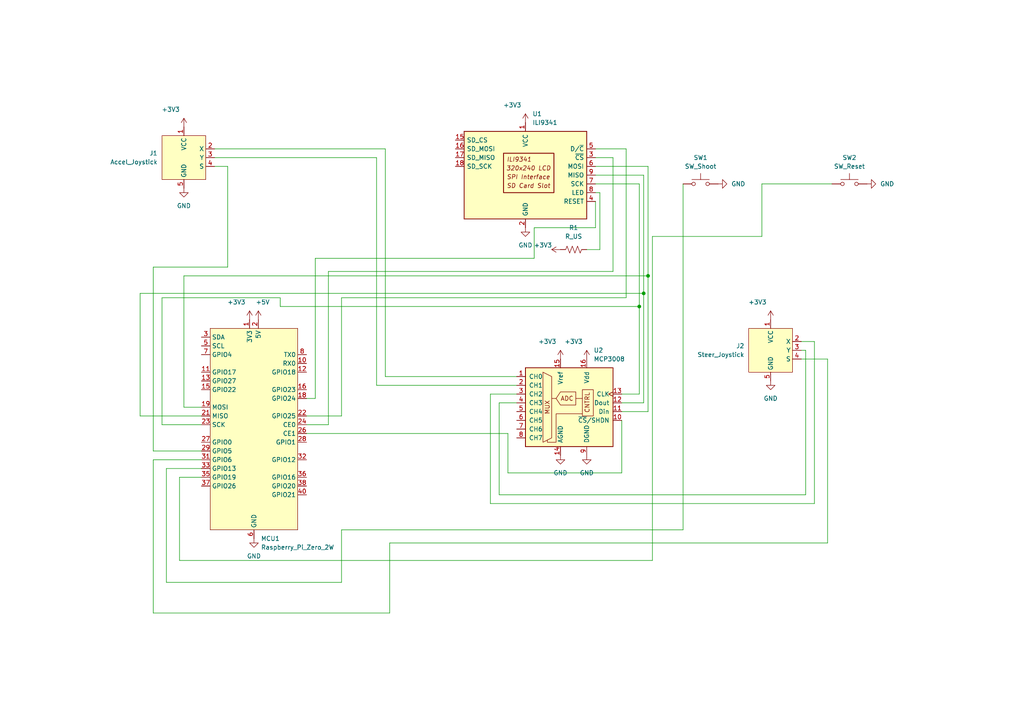
<source format=kicad_sch>
(kicad_sch (version 20211123) (generator eeschema)
  (paper "A4")
  (title_block (title "verycold Schematic") (date "2024-05-20") (rev "v0.3"))
  (lib_symbols
    (symbol "Analog_ADC:MCP3008" (pin_names (offset 1.016))
      (property "Reference" "U?" (at 7.0994 15.24 0))
      (property "Value" "MCP3008" (at 7.0994 12.7 0))
      (symbol "MCP3008_0_0"
        (text "ADC" (at -0.635 1.27 0) (effects (font (size 1.27 1.27))))
        (text "CNTRL" (at 5.969 -2.921 900) (effects (font (size 1.27 1.27)) (justify left bottom)))
        (text "MUX" (at -6.35 -1.27 900) (effects (font (size 1.27 1.27))))
      )
      (symbol "MCP3008_0_1"
        (polyline (pts (xy -3.81 1.27) (xy -5.08 1.27)))
        (polyline (pts (xy 1.905 1.27) (xy 3.81 1.27)))
        (polyline (pts (xy -7.62 8.89) (xy -7.62 -11.43) (xy -5.08 -10.16) (xy -5.08 7.62) (xy -7.62 8.89)))
        (polyline (pts (xy 3.81 -3.175) (xy -3.81 -3.175) (xy -3.81 -11.43) (xy -6.35 -11.43) (xy -6.35 -10.795)))
        (polyline (pts (xy 1.905 3.175) (xy 1.905 -0.635) (xy -2.54 -0.635) (xy -3.81 1.27) (xy -2.54 3.175) (xy 1.905 3.175)))
        (rectangle (start 3.81 -3.81) (end 6.985 3.81))
        (rectangle (start 12.7 -12.7) (end -12.7 10.16) (stroke (width 0.254)) (fill (type background)))
      )
      (symbol "MCP3008_1_1"
        (pin input line (at -15.24 7.62 0) (length 2.54) (name "CH0") (number "1"))
        (pin input line (at 15.24 -5.08 180) (length 2.54) (name "~{CS}/SHDN") (number "10"))
        (pin input line (at 15.24 -2.54 180) (length 2.54) (name "Din") (number "11"))
        (pin output line (at 15.24 0 180) (length 2.54) (name "Dout") (number "12"))
        (pin input clock (at 15.24 2.54 180) (length 2.54) (name "CLK") (number "13"))
        (pin power_in line (at -2.54 -15.24 90) (length 2.54) (name "AGND") (number "14"))
        (pin power_in line (at -2.54 12.7 270) (length 2.54) (name "Vref") (number "15"))
        (pin power_in line (at 5.08 12.7 270) (length 2.54) (name "Vdd") (number "16"))
        (pin input line (at -15.24 5.08 0) (length 2.54) (name "CH1") (number "2"))
        (pin input line (at -15.24 2.54 0) (length 2.54) (name "CH2") (number "3"))
        (pin input line (at -15.24 0 0) (length 2.54) (name "CH3") (number "4"))
        (pin input line (at -15.24 -2.54 0) (length 2.54) (name "CH4") (number "5"))
        (pin input line (at -15.24 -5.08 0) (length 2.54) (name "CH5") (number "6"))
        (pin input line (at -15.24 -7.62 0) (length 2.54) (name "CH6") (number "7"))
        (pin input line (at -15.24 -10.16 0) (length 2.54) (name "CH7") (number "8"))
        (pin power_in line (at 5.08 -15.24 90) (length 2.54) (name "DGND") (number "9"))
      )
    )
    (symbol "Device:R_US" (pin_numbers hide) (pin_names (offset 0))
      (property "Reference" "R" (at 2.54 0 90))
      (property "Value" "R_US" (at -2.54 0 90))
      (symbol "R_US_0_1"
        (polyline (pts (xy 0 -2.286) (xy 0 -2.54)))
        (polyline (pts (xy 0 2.286) (xy 0 2.54)))
        (polyline (pts (xy 0 -0.762) (xy 1.016 -1.143) (xy 0 -1.524) (xy -1.016 -1.905) (xy 0 -2.286)))
        (polyline (pts (xy 0 0.762) (xy 1.016 0.381) (xy 0 0) (xy -1.016 -0.381) (xy 0 -0.762)))
        (polyline (pts (xy 0 2.286) (xy 1.016 1.905) (xy 0 1.524) (xy -1.016 1.143) (xy 0 0.762)))
      )
      (symbol "R_US_1_1"
        (pin passive line (at 0 3.81 270) (length 1.27) (name "~") (number "1"))
        (pin passive line (at 0 -3.81 90) (length 1.27) (name "~") (number "2"))
      )
    )
    (symbol "Switch:SW_Push" (pin_numbers hide) (pin_names (offset 1.016) hide)
      (property "Reference" "SW" (at 1.27 2.54 0))
      (property "Value" "SW_Push" (at 0 -1.524 0))
      (symbol "SW_Push_0_1"
        (circle (center -2.032 0) (radius 0.508))
        (polyline (pts (xy 0 1.27) (xy 0 3.048)))
        (polyline (pts (xy 2.54 1.27) (xy -2.54 1.27)))
        (circle (center 2.032 0) (radius 0.508))
        (pin passive line (at -5.08 0 0) (length 2.54) (name "1") (number "1"))
        (pin passive line (at 5.08 0 180) (length 2.54) (name "2") (number "2"))
      )
    )
    (symbol "power:+3V3" (power) (pin_names (offset 0))
      (property "Value" "+3V3" (at 0 3.556 0))
      (symbol "+3V3_0_1"
        (polyline (pts (xy -0.762 1.27) (xy 0 2.54)))
        (polyline (pts (xy 0 0) (xy 0 2.54)))
        (polyline (pts (xy 0 2.54) (xy 0.762 1.27)))
      )
      (symbol "+3V3_1_1"
        (pin power_in line (at 0 0 90) (length 0) hide (name "+3V3") (number "1"))
      )
    )
    (symbol "power:+5V" (power) (pin_names (offset 0))
      (property "Value" "+5V" (at 0 3.556 0))
      (symbol "+5V_0_1"
        (polyline (pts (xy -0.762 1.27) (xy 0 2.54)))
        (polyline (pts (xy 0 0) (xy 0 2.54)))
        (polyline (pts (xy 0 2.54) (xy 0.762 1.27)))
      )
      (symbol "+5V_1_1"
        (pin power_in line (at 0 0 90) (length 0) hide (name "+5V") (number "1"))
      )
    )
    (symbol "power:GND" (power) (pin_names (offset 0))
      (property "Value" "GND" (at 0 -3.81 0))
      (symbol "GND_0_1"
        (polyline (pts (xy 0 0) (xy 0 -1.27) (xy 1.27 -1.27) (xy 0 -2.54) (xy -1.27 -1.27) (xy 0 -1.27)))
      )
      (symbol "GND_1_1"
        (pin power_in line (at 0 0 270) (length 0) hide (name "GND") (number "1"))
      )
    )
    (symbol "verycold:ILI9341" (pin_names (offset 0.762))
      (property "Reference" "U1" (at 2.0194 17.78 0))
      (property "Value" "ILI9341" (at 2.0194 15.24 0))
      (symbol "ILI9341_0_0"
        (text "320x240 LCD" (at 0.889 2.032 0) (effects (font (size 1.27 1.27) italic)))
        (text "ILI9341" (at -5.461 4.572 0) (effects (font (size 1.27 1.27) italic) (justify left)))
        (text "SD Card Slot" (at -5.461 -3.048 0) (effects (font (size 1.27 1.27) italic) (justify left)))
        (text "SPI Interface" (at -5.461 -0.508 0) (effects (font (size 1.27 1.27) italic) (justify left)))
      )
      (symbol "ILI9341_0_1"
        (rectangle (start -17.78 12.7) (end 17.78 -12.7) (stroke (width 0.254)) (fill (type background)))
        (rectangle (start -6.35 6.35) (end 8.255 -5.08) (stroke (width 0.254)))
      )
      (symbol "ILI9341_1_1"
        (pin power_in line (at 0 15.24 270) (length 2.54) (name "VCC") (number "1"))
        (pin input line (at -20.32 10.16 0) (length 2.54) (name "SD_CS") (number "15"))
        (pin input line (at -20.32 7.62 0) (length 2.54) (name "SD_MOSI") (number "16"))
        (pin output line (at -20.32 5.08 0) (length 2.54) (name "SD_MISO") (number "17"))
        (pin input line (at -20.32 2.54 0) (length 2.54) (name "SD_SCK") (number "18"))
        (pin power_in line (at 0 -15.24 90) (length 2.54) (name "GND") (number "2"))
        (pin input line (at 20.32 5.08 180) (length 2.54) (name "~{CS}") (number "3"))
        (pin input line (at 20.32 -7.62 180) (length 2.54) (name "RESET") (number "4"))
        (pin input line (at 20.32 7.62 180) (length 2.54) (name "D/~{C}") (number "5"))
        (pin input line (at 20.32 2.54 180) (length 2.54) (name "MOSI") (number "6"))
        (pin input line (at 20.32 -2.54 180) (length 2.54) (name "SCK") (number "7"))
        (pin input line (at 20.32 -5.08 180) (length 2.54) (name "LED") (number "8"))
        (pin output line (at 20.32 0 180) (length 2.54) (name "MISO") (number "9"))
      )
    )
    (symbol "verycold:Joystick"
      (property "Reference" "J" (at -10.16 6.35 0))
      (property "Value" "Joystick" (at -7.62 8.89 0))
      (symbol "Joystick_0_1"
        (rectangle (start -6.35 6.35) (end 6.35 -6.35) (fill (type background)))
      )
      (symbol "Joystick_1_1"
        (pin power_in line (at 0 8.89 270) (length 2.54) (name "VCC") (number "1"))
        (pin output line (at 8.89 2.54 180) (length 2.54) (name "X") (number "2"))
        (pin output line (at 8.89 0 180) (length 2.54) (name "Y") (number "3"))
        (pin output line (at 8.89 -2.54 180) (length 2.54) (name "S") (number "4"))
        (pin power_out line (at 0 -8.89 90) (length 2.54) (name "GND") (number "5"))
      )
    )
    (symbol "verycold:Raspberry_Pi_Zero_2W"
      (property "Reference" "MCU1" (at 2.0194 -35.56 0))
      (property "Value" "Raspberry_Pi_Zero_2W" (at 2.0194 -38.1 0))
      (symbol "Raspberry_Pi_Zero_2W_0_1"
        (rectangle (start -12.7 25.4) (end 12.7 -33.02) (fill (type background)))
      )
      (symbol "Raspberry_Pi_Zero_2W_1_1"
        (pin input line (at -1.27 27.94 270) (length 2.54) (name "3V3") (number "1"))
        (pin input line (at 15.24 15.24 180) (length 2.54) (name "RX0") (number "10"))
        (pin input line (at -15.24 12.7 0) (length 2.54) (name "GPIO17") (number "11"))
        (pin input line (at 15.24 12.7 180) (length 2.54) (name "GPIO18") (number "12"))
        (pin input line (at -15.24 10.16 0) (length 2.54) (name "GPIO27") (number "13"))
        (pin input line (at -15.24 7.62 0) (length 2.54) (name "GPIO22") (number "15"))
        (pin input line (at 15.24 7.62 180) (length 2.54) (name "GPIO23") (number "16"))
        (pin input line (at 15.24 5.08 180) (length 2.54) (name "GPIO24") (number "18"))
        (pin input line (at -15.24 2.54 0) (length 2.54) (name "MOSI") (number "19"))
        (pin input line (at 1.27 27.94 270) (length 2.54) (name "5V") (number "2"))
        (pin input line (at -15.24 0 0) (length 2.54) (name "MISO") (number "21"))
        (pin input line (at 15.24 0 180) (length 2.54) (name "GPIO25") (number "22"))
        (pin input line (at -15.24 -2.54 0) (length 2.54) (name "SCK") (number "23"))
        (pin input line (at 15.24 -2.54 180) (length 2.54) (name "CE0") (number "24"))
        (pin input line (at 15.24 -5.08 180) (length 2.54) (name "CE1") (number "26"))
        (pin input line (at -15.24 -7.62 0) (length 2.54) (name "GPIO0") (number "27"))
        (pin input line (at 15.24 -7.62 180) (length 2.54) (name "GPIO1") (number "28"))
        (pin input line (at -15.24 -10.16 0) (length 2.54) (name "GPIO5") (number "29"))
        (pin input line (at -15.24 22.86 0) (length 2.54) (name "SDA") (number "3"))
        (pin input line (at -15.24 -12.7 0) (length 2.54) (name "GPIO6") (number "31"))
        (pin input line (at 15.24 -12.7 180) (length 2.54) (name "GPIO12") (number "32"))
        (pin input line (at -15.24 -15.24 0) (length 2.54) (name "GPIO13") (number "33"))
        (pin input line (at -15.24 -17.78 0) (length 2.54) (name "GPIO19") (number "35"))
        (pin input line (at 15.24 -17.78 180) (length 2.54) (name "GPIO16") (number "36"))
        (pin input line (at -15.24 -20.32 0) (length 2.54) (name "GPIO26") (number "37"))
        (pin input line (at 15.24 -20.32 180) (length 2.54) (name "GPIO20") (number "38"))
        (pin input line (at 15.24 -22.86 180) (length 2.54) (name "GPIO21") (number "40"))
        (pin input line (at -15.24 20.32 0) (length 2.54) (name "SCL") (number "5"))
        (pin input line (at 0 -35.56 90) (length 2.54) (name "GND") (number "6"))
        (pin input line (at -15.24 17.78 0) (length 2.54) (name "GPIO4") (number "7"))
        (pin input line (at 15.24 17.78 180) (length 2.54) (name "TX0") (number "8"))
      )
    )
  )
  (junction (at 186.69 85.09))
  (junction (at 185.42 88.9))
  (junction (at 187.96 80.01))
  (wire (pts (xy 99.06 168.91) (xy 48.26 168.91)))
  (wire (pts (xy 172.72 58.42) (xy 172.72 66.04)))
  (wire (pts (xy 149.86 116.84) (xy 144.78 116.84)))
  (wire (pts (xy 173.99 55.88) (xy 172.72 55.88)))
  (wire (pts (xy 99.06 153.67) (xy 99.06 168.91)))
  (wire (pts (xy 233.68 101.6) (xy 232.41 101.6)))
  (wire (pts (xy 170.18 72.39) (xy 173.99 72.39)))
  (wire (pts (xy 241.3 53.34) (xy 220.98 53.34)))
  (wire (pts (xy 81.28 88.9) (xy 81.28 86.36)))
  (wire (pts (xy 48.26 168.91) (xy 48.26 135.89)))
  (wire (pts (xy 154.94 66.04) (xy 154.94 74.93)))
  (wire (pts (xy 40.64 120.65) (xy 58.42 120.65)))
  (wire (pts (xy 189.23 68.58) (xy 189.23 162.56)))
  (wire (pts (xy 66.04 48.26) (xy 66.04 77.47)))
  (wire (pts (xy 66.04 77.47) (xy 44.45 77.47)))
  (wire (pts (xy 236.22 99.06) (xy 236.22 146.05)))
  (wire (pts (xy 180.34 137.16) (xy 180.34 121.92)))
  (wire (pts (xy 46.99 123.19) (xy 58.42 123.19)))
  (wire (pts (xy 113.03 157.48) (xy 113.03 177.8)))
  (wire (pts (xy 144.78 116.84) (xy 144.78 143.51)))
  (wire (pts (xy 198.12 53.34) (xy 198.12 153.67)))
  (wire (pts (xy 95.25 123.19) (xy 88.9 123.19)))
  (wire (pts (xy 154.94 74.93) (xy 91.44 74.93)))
  (wire (pts (xy 220.98 68.58) (xy 189.23 68.58)))
  (wire (pts (xy 177.8 78.74) (xy 95.25 78.74)))
  (wire (pts (xy 189.23 162.56) (xy 52.07 162.56)))
  (wire (pts (xy 142.24 146.05) (xy 142.24 114.3)))
  (wire (pts (xy 185.42 88.9) (xy 81.28 88.9)))
  (wire (pts (xy 240.03 157.48) (xy 113.03 157.48)))
  (wire (pts (xy 180.34 116.84) (xy 186.69 116.84)))
  (wire (pts (xy 172.72 43.18) (xy 181.61 43.18)))
  (wire (pts (xy 187.96 80.01) (xy 187.96 48.26)))
  (wire (pts (xy 172.72 45.72) (xy 177.8 45.72)))
  (wire (pts (xy 186.69 85.09) (xy 186.69 50.8)))
  (wire (pts (xy 240.03 104.14) (xy 240.03 157.48)))
  (wire (pts (xy 187.96 48.26) (xy 172.72 48.26)))
  (wire (pts (xy 109.22 45.72) (xy 62.23 45.72)))
  (wire (pts (xy 187.96 119.38) (xy 180.34 119.38)))
  (wire (pts (xy 172.72 66.04) (xy 154.94 66.04)))
  (wire (pts (xy 58.42 118.11) (xy 53.34 118.11)))
  (wire (pts (xy 185.42 88.9) (xy 185.42 53.34)))
  (wire (pts (xy 113.03 177.8) (xy 44.45 177.8)))
  (wire (pts (xy 52.07 162.56) (xy 52.07 138.43)))
  (wire (pts (xy 180.34 114.3) (xy 185.42 114.3)))
  (wire (pts (xy 88.9 125.73) (xy 147.32 125.73)))
  (wire (pts (xy 40.64 85.09) (xy 40.64 120.65)))
  (wire (pts (xy 95.25 78.74) (xy 95.25 123.19)))
  (wire (pts (xy 48.26 135.89) (xy 58.42 135.89)))
  (wire (pts (xy 81.28 86.36) (xy 46.99 86.36)))
  (wire (pts (xy 40.64 85.09) (xy 186.69 85.09)))
  (wire (pts (xy 181.61 43.18) (xy 181.61 86.36)))
  (wire (pts (xy 220.98 53.34) (xy 220.98 68.58)))
  (wire (pts (xy 44.45 77.47) (xy 44.45 130.81)))
  (wire (pts (xy 172.72 50.8) (xy 186.69 50.8)))
  (wire (pts (xy 233.68 143.51) (xy 233.68 101.6)))
  (wire (pts (xy 147.32 137.16) (xy 180.34 137.16)))
  (wire (pts (xy 198.12 153.67) (xy 99.06 153.67)))
  (wire (pts (xy 44.45 177.8) (xy 44.45 133.35)))
  (wire (pts (xy 232.41 99.06) (xy 236.22 99.06)))
  (wire (pts (xy 149.86 111.76) (xy 109.22 111.76)))
  (wire (pts (xy 44.45 130.81) (xy 58.42 130.81)))
  (wire (pts (xy 111.76 43.18) (xy 111.76 109.22)))
  (wire (pts (xy 62.23 48.26) (xy 66.04 48.26)))
  (wire (pts (xy 52.07 138.43) (xy 58.42 138.43)))
  (wire (pts (xy 91.44 115.57) (xy 88.9 115.57)))
  (wire (pts (xy 142.24 114.3) (xy 149.86 114.3)))
  (wire (pts (xy 111.76 109.22) (xy 149.86 109.22)))
  (wire (pts (xy 44.45 133.35) (xy 58.42 133.35)))
  (wire (pts (xy 232.41 104.14) (xy 240.03 104.14)))
  (wire (pts (xy 173.99 72.39) (xy 173.99 55.88)))
  (wire (pts (xy 53.34 80.01) (xy 187.96 80.01)))
  (wire (pts (xy 186.69 116.84) (xy 186.69 85.09)))
  (wire (pts (xy 53.34 118.11) (xy 53.34 80.01)))
  (wire (pts (xy 99.06 120.65) (xy 88.9 120.65)))
  (wire (pts (xy 99.06 86.36) (xy 99.06 120.65)))
  (wire (pts (xy 187.96 80.01) (xy 187.96 119.38)))
  (wire (pts (xy 91.44 74.93) (xy 91.44 115.57)))
  (wire (pts (xy 236.22 146.05) (xy 142.24 146.05)))
  (wire (pts (xy 185.42 114.3) (xy 185.42 88.9)))
  (wire (pts (xy 46.99 86.36) (xy 46.99 123.19)))
  (wire (pts (xy 177.8 45.72) (xy 177.8 78.74)))
  (wire (pts (xy 147.32 125.73) (xy 147.32 137.16)))
  (wire (pts (xy 109.22 111.76) (xy 109.22 45.72)))
  (wire (pts (xy 62.23 43.18) (xy 111.76 43.18)))
  (wire (pts (xy 181.61 86.36) (xy 99.06 86.36)))
  (wire (pts (xy 144.78 143.51) (xy 233.68 143.51)))
  (wire (pts (xy 185.42 53.34) (xy 172.72 53.34)))
  (symbol (lib_id "power:+3V3") (at 53.34 36.83 0) (unit 1)
    (property "Reference" "#PWR0116" (effects hide))
    (property "Value" "+3V3" (at 49.53 31.75 0))
  )
  (symbol (lib_id "power:+3V3") (at 72.39 92.71 0) (unit 1)
    (property "Reference" "#PWR0113" (effects hide))
    (property "Value" "+3V3" (at 68.58 87.63 0))
  )
  (symbol (lib_id "Switch:SW_Push") (at 203.2 53.34 0) (unit 1)
    (property "Reference" "SW1" (at 203.2 45.72 0))
    (property "Value" "SW_Shoot" (at 203.2 48.26 0))
    (property "Footprint" "Button_Switch_THT:SW_PUSH_6mm_H13mm" (effects hide))
  )
  (symbol (lib_id "Device:R_US") (at 166.37 72.39 90) (unit 1)
    (property "Reference" "R1" (at 166.37 66.04 90))
    (property "Value" "R_US" (at 166.37 68.58 90))
    (property "Footprint" "Resistor_THT:R_Axial_DIN0207_L6.3mm_D2.5mm_P15.24mm_Horizontal" (effects hide))
  )
  (symbol (lib_id "verycold:Joystick") (at 223.52 101.6 0) (unit 1)
    (property "Reference" "J2" (at 215.9 100.3299 0) (effects (justify right)))
    (property "Value" "Steer_Joystick" (at 215.9 102.8699 0) (effects (justify right)))
    (property "Footprint" "verycold:Joystick" (effects hide))
  )
  (symbol (lib_id "power:GND") (at 170.18 132.08 0) (unit 1)
    (property "Reference" "#PWR0105" (effects hide))
    (property "Value" "GND" (at 170.18 137.16 0))
  )
  (symbol (lib_id "power:GND") (at 223.52 110.49 0) (unit 1)
    (property "Reference" "#PWR0101" (effects hide))
    (property "Value" "GND" (at 223.52 115.57 0))
  )
  (symbol (lib_id "power:GND") (at 53.34 54.61 0) (unit 1)
    (property "Reference" "#PWR0115" (effects hide))
    (property "Value" "GND" (at 53.34 59.69 0))
  )
  (symbol (lib_id "power:GND") (at 152.4 66.04 0) (unit 1)
    (property "Reference" "#PWR0107" (effects hide))
    (property "Value" "GND" (at 152.4 71.12 0))
  )
  (symbol (lib_id "Switch:SW_Push") (at 246.38 53.34 0) (unit 1)
    (property "Reference" "SW2" (at 246.38 45.72 0))
    (property "Value" "SW_Reset" (at 246.38 48.26 0))
    (property "Footprint" "Button_Switch_THT:SW_PUSH_6mm_H13mm" (effects hide))
  )
  (symbol (lib_id "power:+3V3") (at 162.56 72.39 90) (unit 1)
    (property "Reference" "#PWR0108" (effects hide))
    (property "Value" "+3V3" (at 157.48 71.12 90))
  )
  (symbol (lib_id "verycold:Joystick") (at 53.34 45.72 0) (unit 1)
    (property "Reference" "J1" (at 45.72 44.4499 0) (effects (justify right)))
    (property "Value" "Accel_Joystick" (at 45.72 46.9899 0) (effects (justify right)))
    (property "Footprint" "verycold:Joystick" (effects hide))
  )
  (symbol (lib_id "power:GND") (at 73.66 156.21 0) (unit 1)
    (property "Reference" "#PWR0112" (effects hide))
    (property "Value" "GND" (at 73.66 161.29 0))
  )
  (symbol (lib_id "power:+3V3") (at 223.52 92.71 0) (unit 1)
    (property "Reference" "#PWR0102" (effects hide))
    (property "Value" "+3V3" (at 219.71 87.63 0))
  )
  (symbol (lib_id "power:+3V3") (at 152.4 35.56 0) (unit 1)
    (property "Reference" "#PWR0109" (effects hide))
    (property "Value" "+3V3" (at 148.59 30.48 0))
  )
  (symbol (lib_id "power:GND") (at 251.46 53.34 90) (unit 1)
    (property "Reference" "#PWR0111" (effects hide))
    (property "Value" "GND" (at 255.27 53.3399 90) (effects (justify right)))
  )
  (symbol (lib_id "power:GND") (at 208.28 53.34 90) (unit 1)
    (property "Reference" "#PWR0110" (effects hide))
    (property "Value" "GND" (at 212.09 53.3399 90) (effects (justify right)))
  )
  (symbol (lib_id "power:+3V3") (at 162.56 104.14 0) (unit 1)
    (property "Reference" "#PWR0103" (effects hide))
    (property "Value" "+3V3" (at 158.75 99.06 0))
  )
  (symbol (lib_id "power:GND") (at 162.56 132.08 0) (unit 1)
    (property "Reference" "#PWR0106" (effects hide))
    (property "Value" "GND" (at 162.56 137.16 0))
  )
  (symbol (lib_id "power:+5V") (at 74.93 92.71 0) (unit 1)
    (property "Reference" "#PWR0114" (effects hide))
    (property "Value" "+5V" (at 76.2 87.63 0))
  )
  (symbol (lib_id "verycold:Raspberry_Pi_Zero_2W") (at 73.66 120.65 0) (unit 1)
    (property "Reference" "MCU1" (at 75.6794 156.21 0) (effects (justify left)))
    (property "Value" "Raspberry_Pi_Zero_2W" (at 75.6794 158.75 0) (effects (justify left)))
    (property "Footprint" "verycold:Raspberry_Pi_Zero_Socketed_THT_FaceDown_MountingHoles" (effects hide))
  )
  (symbol (lib_id "verycold:ILI9341") (at 152.4 50.8 0) (unit 1)
    (property "Reference" "U1" (at 154.4194 33.02 0) (effects (justify left)))
    (property "Value" "ILI9341" (at 154.4194 35.56 0) (effects (justify left)))
    (property "Footprint" "verycold:ILI9341 2.8inch" (effects hide))
    (property "Datasheet" "http://pan.baidu.com/s/11Y990" (effects hide))
  )
  (symbol (lib_id "Analog_ADC:MCP3008") (at 165.1 116.84 0) (unit 1)
    (property "Reference" "U2" (at 172.1994 101.6 0) (effects (justify left)))
    (property "Value" "MCP3008" (at 172.1994 104.14 0) (effects (justify left)))
    (property "Footprint" "Package_DIP:DIP-16_W7.62mm_LongPads" (effects hide))
    (property "Datasheet" "http://ww1.microchip.com/downloads/en/DeviceDoc/21295d.pdf" (effects hide))
  )
  (symbol (lib_id "power:+3V3") (at 170.18 104.14 0) (unit 1)
    (property "Reference" "#PWR0104" (effects hide))
    (property "Value" "+3V3" (at 166.37 99.06 0))
  )
)
</source>
